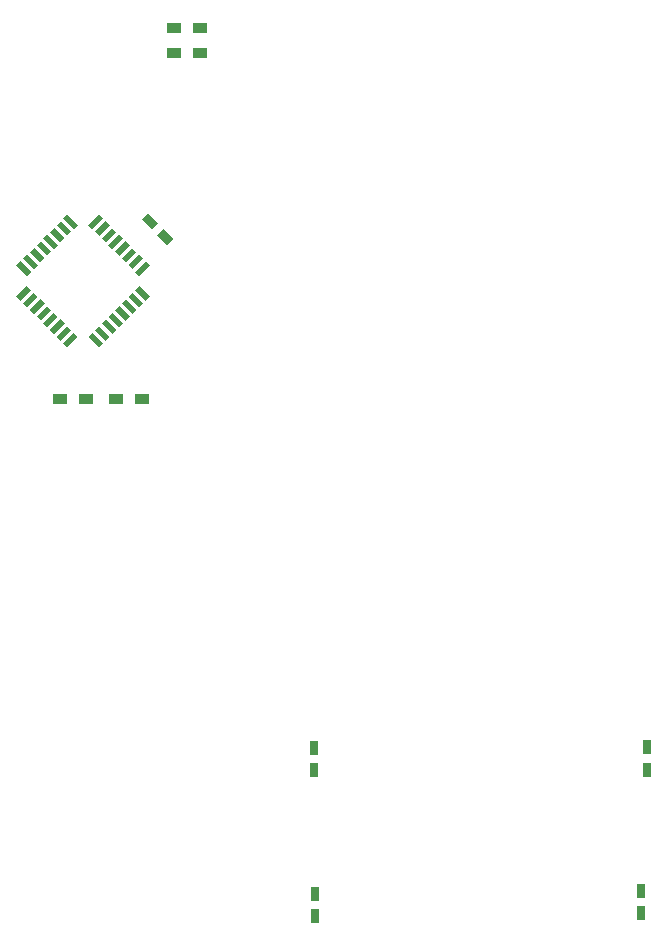
<source format=gtp>
G04 #@! TF.FileFunction,Paste,Top*
%FSLAX46Y46*%
G04 Gerber Fmt 4.6, Leading zero omitted, Abs format (unit mm)*
G04 Created by KiCad (PCBNEW 4.0.4-stable) date Thursday, September 01, 2016 'PMt' 05:44:21 PM*
%MOMM*%
%LPD*%
G01*
G04 APERTURE LIST*
%ADD10C,0.100000*%
%ADD11R,0.750000X1.200000*%
%ADD12R,1.200000X0.900000*%
G04 APERTURE END LIST*
D10*
D11*
X128549400Y-196037200D03*
X128549400Y-194137200D03*
X100939600Y-196316600D03*
X100939600Y-194416600D03*
X129032000Y-183896000D03*
X129032000Y-181996000D03*
X100863400Y-183946800D03*
X100863400Y-182046800D03*
D10*
G36*
X88991180Y-138943350D02*
X88460850Y-139473680D01*
X87612322Y-138625152D01*
X88142652Y-138094822D01*
X88991180Y-138943350D01*
X88991180Y-138943350D01*
G37*
G36*
X87647678Y-137599848D02*
X87117348Y-138130178D01*
X86268820Y-137281650D01*
X86799150Y-136751320D01*
X87647678Y-137599848D01*
X87647678Y-137599848D01*
G37*
G36*
X86606150Y-140820309D02*
X86965360Y-141179519D01*
X86067334Y-142077545D01*
X85708124Y-141718335D01*
X86606150Y-140820309D01*
X86606150Y-140820309D01*
G37*
G36*
X86040464Y-140254624D02*
X86399674Y-140613834D01*
X85501648Y-141511860D01*
X85142438Y-141152650D01*
X86040464Y-140254624D01*
X86040464Y-140254624D01*
G37*
G36*
X85474779Y-139688939D02*
X85833989Y-140048149D01*
X84935963Y-140946175D01*
X84576753Y-140586965D01*
X85474779Y-139688939D01*
X85474779Y-139688939D01*
G37*
G36*
X84909093Y-139123253D02*
X85268303Y-139482463D01*
X84370277Y-140380489D01*
X84011067Y-140021279D01*
X84909093Y-139123253D01*
X84909093Y-139123253D01*
G37*
G36*
X84343408Y-138557568D02*
X84702618Y-138916778D01*
X83804592Y-139814804D01*
X83445382Y-139455594D01*
X84343408Y-138557568D01*
X84343408Y-138557568D01*
G37*
G36*
X83777722Y-137991882D02*
X84136932Y-138351092D01*
X83238906Y-139249118D01*
X82879696Y-138889908D01*
X83777722Y-137991882D01*
X83777722Y-137991882D01*
G37*
G36*
X83212037Y-137426197D02*
X83571247Y-137785407D01*
X82673221Y-138683433D01*
X82314011Y-138324223D01*
X83212037Y-137426197D01*
X83212037Y-137426197D01*
G37*
G36*
X82646352Y-136860511D02*
X83005562Y-137219721D01*
X82107536Y-138117747D01*
X81748326Y-137758537D01*
X82646352Y-136860511D01*
X82646352Y-136860511D01*
G37*
G36*
X79996680Y-136860511D02*
X80894706Y-137758537D01*
X80535496Y-138117747D01*
X79637470Y-137219721D01*
X79996680Y-136860511D01*
X79996680Y-136860511D01*
G37*
G36*
X79430995Y-137426197D02*
X80329021Y-138324223D01*
X79969811Y-138683433D01*
X79071785Y-137785407D01*
X79430995Y-137426197D01*
X79430995Y-137426197D01*
G37*
G36*
X78865310Y-137991882D02*
X79763336Y-138889908D01*
X79404126Y-139249118D01*
X78506100Y-138351092D01*
X78865310Y-137991882D01*
X78865310Y-137991882D01*
G37*
G36*
X78299624Y-138557568D02*
X79197650Y-139455594D01*
X78838440Y-139814804D01*
X77940414Y-138916778D01*
X78299624Y-138557568D01*
X78299624Y-138557568D01*
G37*
G36*
X77733939Y-139123253D02*
X78631965Y-140021279D01*
X78272755Y-140380489D01*
X77374729Y-139482463D01*
X77733939Y-139123253D01*
X77733939Y-139123253D01*
G37*
G36*
X77168253Y-139688939D02*
X78066279Y-140586965D01*
X77707069Y-140946175D01*
X76809043Y-140048149D01*
X77168253Y-139688939D01*
X77168253Y-139688939D01*
G37*
G36*
X76602568Y-140254624D02*
X77500594Y-141152650D01*
X77141384Y-141511860D01*
X76243358Y-140613834D01*
X76602568Y-140254624D01*
X76602568Y-140254624D01*
G37*
G36*
X76036882Y-140820309D02*
X76934908Y-141718335D01*
X76575698Y-142077545D01*
X75677672Y-141179519D01*
X76036882Y-140820309D01*
X76036882Y-140820309D01*
G37*
G36*
X76575698Y-142931165D02*
X76934908Y-143290375D01*
X76036882Y-144188401D01*
X75677672Y-143829191D01*
X76575698Y-142931165D01*
X76575698Y-142931165D01*
G37*
G36*
X77141384Y-143496850D02*
X77500594Y-143856060D01*
X76602568Y-144754086D01*
X76243358Y-144394876D01*
X77141384Y-143496850D01*
X77141384Y-143496850D01*
G37*
G36*
X77707069Y-144062535D02*
X78066279Y-144421745D01*
X77168253Y-145319771D01*
X76809043Y-144960561D01*
X77707069Y-144062535D01*
X77707069Y-144062535D01*
G37*
G36*
X78272755Y-144628221D02*
X78631965Y-144987431D01*
X77733939Y-145885457D01*
X77374729Y-145526247D01*
X78272755Y-144628221D01*
X78272755Y-144628221D01*
G37*
G36*
X78838440Y-145193906D02*
X79197650Y-145553116D01*
X78299624Y-146451142D01*
X77940414Y-146091932D01*
X78838440Y-145193906D01*
X78838440Y-145193906D01*
G37*
G36*
X79404126Y-145759592D02*
X79763336Y-146118802D01*
X78865310Y-147016828D01*
X78506100Y-146657618D01*
X79404126Y-145759592D01*
X79404126Y-145759592D01*
G37*
G36*
X79969811Y-146325277D02*
X80329021Y-146684487D01*
X79430995Y-147582513D01*
X79071785Y-147223303D01*
X79969811Y-146325277D01*
X79969811Y-146325277D01*
G37*
G36*
X80535496Y-146890963D02*
X80894706Y-147250173D01*
X79996680Y-148148199D01*
X79637470Y-147788989D01*
X80535496Y-146890963D01*
X80535496Y-146890963D01*
G37*
G36*
X82107536Y-146890963D02*
X83005562Y-147788989D01*
X82646352Y-148148199D01*
X81748326Y-147250173D01*
X82107536Y-146890963D01*
X82107536Y-146890963D01*
G37*
G36*
X82673221Y-146325277D02*
X83571247Y-147223303D01*
X83212037Y-147582513D01*
X82314011Y-146684487D01*
X82673221Y-146325277D01*
X82673221Y-146325277D01*
G37*
G36*
X83238906Y-145759592D02*
X84136932Y-146657618D01*
X83777722Y-147016828D01*
X82879696Y-146118802D01*
X83238906Y-145759592D01*
X83238906Y-145759592D01*
G37*
G36*
X83804592Y-145193906D02*
X84702618Y-146091932D01*
X84343408Y-146451142D01*
X83445382Y-145553116D01*
X83804592Y-145193906D01*
X83804592Y-145193906D01*
G37*
G36*
X84370277Y-144628221D02*
X85268303Y-145526247D01*
X84909093Y-145885457D01*
X84011067Y-144987431D01*
X84370277Y-144628221D01*
X84370277Y-144628221D01*
G37*
G36*
X84935963Y-144062535D02*
X85833989Y-144960561D01*
X85474779Y-145319771D01*
X84576753Y-144421745D01*
X84935963Y-144062535D01*
X84935963Y-144062535D01*
G37*
G36*
X85501648Y-143496850D02*
X86399674Y-144394876D01*
X86040464Y-144754086D01*
X85142438Y-143856060D01*
X85501648Y-143496850D01*
X85501648Y-143496850D01*
G37*
G36*
X86067334Y-142931165D02*
X86965360Y-143829191D01*
X86606150Y-144188401D01*
X85708124Y-143290375D01*
X86067334Y-142931165D01*
X86067334Y-142931165D01*
G37*
D12*
X81534000Y-152527000D03*
X79334000Y-152527000D03*
X84074000Y-152527000D03*
X86274000Y-152527000D03*
X91249500Y-121094500D03*
X89049500Y-121094500D03*
X91249500Y-123190000D03*
X89049500Y-123190000D03*
M02*

</source>
